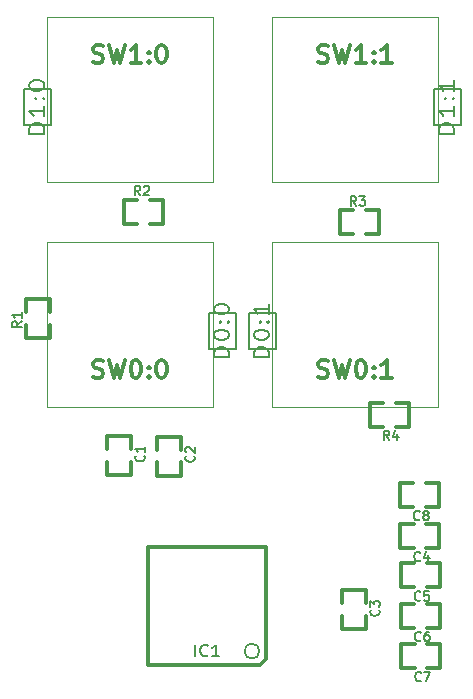
<source format=gbr>
G04 #@! TF.FileFunction,Legend,Top*
%FSLAX46Y46*%
G04 Gerber Fmt 4.6, Leading zero omitted, Abs format (unit mm)*
G04 Created by KiCad (PCBNEW 4.0.2-stable) date Tuesday, August 30, 2016 'PMt' 10:48:20 PM*
%MOMM*%
G01*
G04 APERTURE LIST*
%ADD10C,0.020000*%
%ADD11C,0.300000*%
%ADD12C,0.304800*%
%ADD13C,0.203200*%
%ADD14C,0.050000*%
%ADD15C,0.150000*%
%ADD16C,0.200000*%
G04 APERTURE END LIST*
D10*
D11*
X215112600Y-183508600D02*
X215112600Y-184632600D01*
X215112600Y-184632600D02*
X213080600Y-184632600D01*
X213080600Y-184632600D02*
X213080600Y-183508600D01*
X215112600Y-182427600D02*
X215112600Y-181330600D01*
X215112600Y-181330600D02*
X213080600Y-181330600D01*
X213080600Y-181330600D02*
X213080600Y-182427600D01*
X219354400Y-183534000D02*
X219354400Y-184658000D01*
X219354400Y-184658000D02*
X217322400Y-184658000D01*
X217322400Y-184658000D02*
X217322400Y-183534000D01*
X219354400Y-182453000D02*
X219354400Y-181356000D01*
X219354400Y-181356000D02*
X217322400Y-181356000D01*
X217322400Y-181356000D02*
X217322400Y-182453000D01*
X235000800Y-196564200D02*
X235000800Y-197688200D01*
X235000800Y-197688200D02*
X232968800Y-197688200D01*
X232968800Y-197688200D02*
X232968800Y-196564200D01*
X235000800Y-195483200D02*
X235000800Y-194386200D01*
X235000800Y-194386200D02*
X232968800Y-194386200D01*
X232968800Y-194386200D02*
X232968800Y-195483200D01*
X239020400Y-190779400D02*
X237896400Y-190779400D01*
X237896400Y-190779400D02*
X237896400Y-188747400D01*
X237896400Y-188747400D02*
X239020400Y-188747400D01*
X240101400Y-190779400D02*
X241198400Y-190779400D01*
X241198400Y-190779400D02*
X241198400Y-188747400D01*
X241198400Y-188747400D02*
X240101400Y-188747400D01*
X239045800Y-194132200D02*
X237921800Y-194132200D01*
X237921800Y-194132200D02*
X237921800Y-192100200D01*
X237921800Y-192100200D02*
X239045800Y-192100200D01*
X240126800Y-194132200D02*
X241223800Y-194132200D01*
X241223800Y-194132200D02*
X241223800Y-192100200D01*
X241223800Y-192100200D02*
X240126800Y-192100200D01*
X239071200Y-197561200D02*
X237947200Y-197561200D01*
X237947200Y-197561200D02*
X237947200Y-195529200D01*
X237947200Y-195529200D02*
X239071200Y-195529200D01*
X240152200Y-197561200D02*
X241249200Y-197561200D01*
X241249200Y-197561200D02*
X241249200Y-195529200D01*
X241249200Y-195529200D02*
X240152200Y-195529200D01*
X239096600Y-200964800D02*
X237972600Y-200964800D01*
X237972600Y-200964800D02*
X237972600Y-198932800D01*
X237972600Y-198932800D02*
X239096600Y-198932800D01*
X240177600Y-200964800D02*
X241274600Y-200964800D01*
X241274600Y-200964800D02*
X241274600Y-198932800D01*
X241274600Y-198932800D02*
X240177600Y-198932800D01*
X238969600Y-187299600D02*
X237845600Y-187299600D01*
X237845600Y-187299600D02*
X237845600Y-185267600D01*
X237845600Y-185267600D02*
X238969600Y-185267600D01*
X240050600Y-187299600D02*
X241147600Y-187299600D01*
X241147600Y-187299600D02*
X241147600Y-185267600D01*
X241147600Y-185267600D02*
X240050600Y-185267600D01*
D12*
X216509600Y-200710800D02*
X216509600Y-190703200D01*
X216509600Y-190703200D02*
X226517200Y-190703200D01*
X226517200Y-200228200D02*
X226517200Y-190703200D01*
X226034600Y-200710800D02*
X216509600Y-200710800D01*
X226517200Y-200228200D02*
X226034600Y-200710800D01*
D13*
X225958400Y-199517000D02*
G75*
G03X225958400Y-199517000I-635000J0D01*
G01*
D14*
X207985600Y-164881800D02*
X221985600Y-164881800D01*
X221985600Y-164881800D02*
X221985600Y-178881800D01*
X221985600Y-178881800D02*
X207985600Y-178881800D01*
X207985600Y-178881800D02*
X207985600Y-164881800D01*
X227035600Y-164881800D02*
X241035600Y-164881800D01*
X241035600Y-164881800D02*
X241035600Y-178881800D01*
X241035600Y-178881800D02*
X227035600Y-178881800D01*
X227035600Y-178881800D02*
X227035600Y-164881800D01*
X221985600Y-159831800D02*
X207985600Y-159831800D01*
X207985600Y-159831800D02*
X207985600Y-145831800D01*
X207985600Y-145831800D02*
X221985600Y-145831800D01*
X221985600Y-145831800D02*
X221985600Y-159831800D01*
X241035600Y-159831800D02*
X227035600Y-159831800D01*
X227035600Y-159831800D02*
X227035600Y-145831800D01*
X227035600Y-145831800D02*
X241035600Y-145831800D01*
X241035600Y-145831800D02*
X241035600Y-159831800D01*
D13*
X223951800Y-170891200D02*
X223951800Y-173939200D01*
X223951800Y-173939200D02*
X221665800Y-173939200D01*
X221665800Y-173939200D02*
X221665800Y-170891200D01*
X221665800Y-170891200D02*
X223951800Y-170891200D01*
X227330000Y-170891200D02*
X227330000Y-173939200D01*
X227330000Y-173939200D02*
X225044000Y-173939200D01*
X225044000Y-173939200D02*
X225044000Y-170891200D01*
X225044000Y-170891200D02*
X227330000Y-170891200D01*
X208305400Y-151968200D02*
X208305400Y-155016200D01*
X208305400Y-155016200D02*
X206019400Y-155016200D01*
X206019400Y-155016200D02*
X206019400Y-151968200D01*
X206019400Y-151968200D02*
X208305400Y-151968200D01*
X243001800Y-151968200D02*
X243001800Y-155016200D01*
X243001800Y-155016200D02*
X240715800Y-155016200D01*
X240715800Y-155016200D02*
X240715800Y-151968200D01*
X240715800Y-151968200D02*
X243001800Y-151968200D01*
D11*
X206222600Y-170796000D02*
X206222600Y-169672000D01*
X206222600Y-169672000D02*
X208254600Y-169672000D01*
X208254600Y-169672000D02*
X208254600Y-170796000D01*
X206222600Y-171877000D02*
X206222600Y-172974000D01*
X206222600Y-172974000D02*
X208254600Y-172974000D01*
X208254600Y-172974000D02*
X208254600Y-171877000D01*
X216681000Y-161315400D02*
X217805000Y-161315400D01*
X217805000Y-161315400D02*
X217805000Y-163347400D01*
X217805000Y-163347400D02*
X216681000Y-163347400D01*
X215600000Y-161315400D02*
X214503000Y-161315400D01*
X214503000Y-161315400D02*
X214503000Y-163347400D01*
X214503000Y-163347400D02*
X215600000Y-163347400D01*
X234969000Y-162204400D02*
X236093000Y-162204400D01*
X236093000Y-162204400D02*
X236093000Y-164236400D01*
X236093000Y-164236400D02*
X234969000Y-164236400D01*
X233888000Y-162204400D02*
X232791000Y-162204400D01*
X232791000Y-162204400D02*
X232791000Y-164236400D01*
X232791000Y-164236400D02*
X233888000Y-164236400D01*
X236404200Y-180517800D02*
X235280200Y-180517800D01*
X235280200Y-180517800D02*
X235280200Y-178485800D01*
X235280200Y-178485800D02*
X236404200Y-178485800D01*
X237485200Y-180517800D02*
X238582200Y-180517800D01*
X238582200Y-180517800D02*
X238582200Y-178485800D01*
X238582200Y-178485800D02*
X237485200Y-178485800D01*
D15*
X216160314Y-182964933D02*
X216198410Y-183003028D01*
X216236505Y-183117314D01*
X216236505Y-183193504D01*
X216198410Y-183307790D01*
X216122219Y-183383981D01*
X216046029Y-183422076D01*
X215893648Y-183460171D01*
X215779362Y-183460171D01*
X215626981Y-183422076D01*
X215550790Y-183383981D01*
X215474600Y-183307790D01*
X215436505Y-183193504D01*
X215436505Y-183117314D01*
X215474600Y-183003028D01*
X215512695Y-182964933D01*
X216236505Y-182203028D02*
X216236505Y-182660171D01*
X216236505Y-182431600D02*
X215436505Y-182431600D01*
X215550790Y-182507790D01*
X215626981Y-182583981D01*
X215665076Y-182660171D01*
X220402114Y-182990333D02*
X220440210Y-183028428D01*
X220478305Y-183142714D01*
X220478305Y-183218904D01*
X220440210Y-183333190D01*
X220364019Y-183409381D01*
X220287829Y-183447476D01*
X220135448Y-183485571D01*
X220021162Y-183485571D01*
X219868781Y-183447476D01*
X219792590Y-183409381D01*
X219716400Y-183333190D01*
X219678305Y-183218904D01*
X219678305Y-183142714D01*
X219716400Y-183028428D01*
X219754495Y-182990333D01*
X219754495Y-182685571D02*
X219716400Y-182647476D01*
X219678305Y-182571285D01*
X219678305Y-182380809D01*
X219716400Y-182304619D01*
X219754495Y-182266523D01*
X219830686Y-182228428D01*
X219906876Y-182228428D01*
X220021162Y-182266523D01*
X220478305Y-182723666D01*
X220478305Y-182228428D01*
X236048514Y-196020533D02*
X236086610Y-196058628D01*
X236124705Y-196172914D01*
X236124705Y-196249104D01*
X236086610Y-196363390D01*
X236010419Y-196439581D01*
X235934229Y-196477676D01*
X235781848Y-196515771D01*
X235667562Y-196515771D01*
X235515181Y-196477676D01*
X235438990Y-196439581D01*
X235362800Y-196363390D01*
X235324705Y-196249104D01*
X235324705Y-196172914D01*
X235362800Y-196058628D01*
X235400895Y-196020533D01*
X235324705Y-195753866D02*
X235324705Y-195258628D01*
X235629467Y-195525295D01*
X235629467Y-195411009D01*
X235667562Y-195334819D01*
X235705657Y-195296723D01*
X235781848Y-195258628D01*
X235972324Y-195258628D01*
X236048514Y-195296723D01*
X236086610Y-195334819D01*
X236124705Y-195411009D01*
X236124705Y-195639581D01*
X236086610Y-195715771D01*
X236048514Y-195753866D01*
X239564067Y-191827114D02*
X239525972Y-191865210D01*
X239411686Y-191903305D01*
X239335496Y-191903305D01*
X239221210Y-191865210D01*
X239145019Y-191789019D01*
X239106924Y-191712829D01*
X239068829Y-191560448D01*
X239068829Y-191446162D01*
X239106924Y-191293781D01*
X239145019Y-191217590D01*
X239221210Y-191141400D01*
X239335496Y-191103305D01*
X239411686Y-191103305D01*
X239525972Y-191141400D01*
X239564067Y-191179495D01*
X240249781Y-191369971D02*
X240249781Y-191903305D01*
X240059305Y-191065210D02*
X239868829Y-191636638D01*
X240364067Y-191636638D01*
X239589467Y-195179914D02*
X239551372Y-195218010D01*
X239437086Y-195256105D01*
X239360896Y-195256105D01*
X239246610Y-195218010D01*
X239170419Y-195141819D01*
X239132324Y-195065629D01*
X239094229Y-194913248D01*
X239094229Y-194798962D01*
X239132324Y-194646581D01*
X239170419Y-194570390D01*
X239246610Y-194494200D01*
X239360896Y-194456105D01*
X239437086Y-194456105D01*
X239551372Y-194494200D01*
X239589467Y-194532295D01*
X240313277Y-194456105D02*
X239932324Y-194456105D01*
X239894229Y-194837057D01*
X239932324Y-194798962D01*
X240008515Y-194760867D01*
X240198991Y-194760867D01*
X240275181Y-194798962D01*
X240313277Y-194837057D01*
X240351372Y-194913248D01*
X240351372Y-195103724D01*
X240313277Y-195179914D01*
X240275181Y-195218010D01*
X240198991Y-195256105D01*
X240008515Y-195256105D01*
X239932324Y-195218010D01*
X239894229Y-195179914D01*
X239614867Y-198608914D02*
X239576772Y-198647010D01*
X239462486Y-198685105D01*
X239386296Y-198685105D01*
X239272010Y-198647010D01*
X239195819Y-198570819D01*
X239157724Y-198494629D01*
X239119629Y-198342248D01*
X239119629Y-198227962D01*
X239157724Y-198075581D01*
X239195819Y-197999390D01*
X239272010Y-197923200D01*
X239386296Y-197885105D01*
X239462486Y-197885105D01*
X239576772Y-197923200D01*
X239614867Y-197961295D01*
X240300581Y-197885105D02*
X240148200Y-197885105D01*
X240072010Y-197923200D01*
X240033915Y-197961295D01*
X239957724Y-198075581D01*
X239919629Y-198227962D01*
X239919629Y-198532724D01*
X239957724Y-198608914D01*
X239995819Y-198647010D01*
X240072010Y-198685105D01*
X240224391Y-198685105D01*
X240300581Y-198647010D01*
X240338677Y-198608914D01*
X240376772Y-198532724D01*
X240376772Y-198342248D01*
X240338677Y-198266057D01*
X240300581Y-198227962D01*
X240224391Y-198189867D01*
X240072010Y-198189867D01*
X239995819Y-198227962D01*
X239957724Y-198266057D01*
X239919629Y-198342248D01*
X239640267Y-202012514D02*
X239602172Y-202050610D01*
X239487886Y-202088705D01*
X239411696Y-202088705D01*
X239297410Y-202050610D01*
X239221219Y-201974419D01*
X239183124Y-201898229D01*
X239145029Y-201745848D01*
X239145029Y-201631562D01*
X239183124Y-201479181D01*
X239221219Y-201402990D01*
X239297410Y-201326800D01*
X239411696Y-201288705D01*
X239487886Y-201288705D01*
X239602172Y-201326800D01*
X239640267Y-201364895D01*
X239906934Y-201288705D02*
X240440267Y-201288705D01*
X240097410Y-202088705D01*
X239513267Y-188347314D02*
X239475172Y-188385410D01*
X239360886Y-188423505D01*
X239284696Y-188423505D01*
X239170410Y-188385410D01*
X239094219Y-188309219D01*
X239056124Y-188233029D01*
X239018029Y-188080648D01*
X239018029Y-187966362D01*
X239056124Y-187813981D01*
X239094219Y-187737790D01*
X239170410Y-187661600D01*
X239284696Y-187623505D01*
X239360886Y-187623505D01*
X239475172Y-187661600D01*
X239513267Y-187699695D01*
X239970410Y-187966362D02*
X239894219Y-187928267D01*
X239856124Y-187890171D01*
X239818029Y-187813981D01*
X239818029Y-187775886D01*
X239856124Y-187699695D01*
X239894219Y-187661600D01*
X239970410Y-187623505D01*
X240122791Y-187623505D01*
X240198981Y-187661600D01*
X240237077Y-187699695D01*
X240275172Y-187775886D01*
X240275172Y-187813981D01*
X240237077Y-187890171D01*
X240198981Y-187928267D01*
X240122791Y-187966362D01*
X239970410Y-187966362D01*
X239894219Y-188004457D01*
X239856124Y-188042552D01*
X239818029Y-188118743D01*
X239818029Y-188271124D01*
X239856124Y-188347314D01*
X239894219Y-188385410D01*
X239970410Y-188423505D01*
X240122791Y-188423505D01*
X240198981Y-188385410D01*
X240237077Y-188347314D01*
X240275172Y-188271124D01*
X240275172Y-188118743D01*
X240237077Y-188042552D01*
X240198981Y-188004457D01*
X240122791Y-187966362D01*
D16*
X220537210Y-199969381D02*
X220537210Y-198969381D01*
X221584829Y-199874143D02*
X221537210Y-199921762D01*
X221394353Y-199969381D01*
X221299115Y-199969381D01*
X221156257Y-199921762D01*
X221061019Y-199826524D01*
X221013400Y-199731286D01*
X220965781Y-199540810D01*
X220965781Y-199397952D01*
X221013400Y-199207476D01*
X221061019Y-199112238D01*
X221156257Y-199017000D01*
X221299115Y-198969381D01*
X221394353Y-198969381D01*
X221537210Y-199017000D01*
X221584829Y-199064619D01*
X222537210Y-199969381D02*
X221965781Y-199969381D01*
X222251495Y-199969381D02*
X222251495Y-198969381D01*
X222156257Y-199112238D01*
X222061019Y-199207476D01*
X221965781Y-199255095D01*
D12*
X211865029Y-176308657D02*
X212082743Y-176381229D01*
X212445600Y-176381229D01*
X212590743Y-176308657D01*
X212663314Y-176236086D01*
X212735886Y-176090943D01*
X212735886Y-175945800D01*
X212663314Y-175800657D01*
X212590743Y-175728086D01*
X212445600Y-175655514D01*
X212155314Y-175582943D01*
X212010172Y-175510371D01*
X211937600Y-175437800D01*
X211865029Y-175292657D01*
X211865029Y-175147514D01*
X211937600Y-175002371D01*
X212010172Y-174929800D01*
X212155314Y-174857229D01*
X212518172Y-174857229D01*
X212735886Y-174929800D01*
X213243886Y-174857229D02*
X213606743Y-176381229D01*
X213897029Y-175292657D01*
X214187315Y-176381229D01*
X214550172Y-174857229D01*
X215421029Y-174857229D02*
X215566172Y-174857229D01*
X215711315Y-174929800D01*
X215783886Y-175002371D01*
X215856457Y-175147514D01*
X215929029Y-175437800D01*
X215929029Y-175800657D01*
X215856457Y-176090943D01*
X215783886Y-176236086D01*
X215711315Y-176308657D01*
X215566172Y-176381229D01*
X215421029Y-176381229D01*
X215275886Y-176308657D01*
X215203315Y-176236086D01*
X215130743Y-176090943D01*
X215058172Y-175800657D01*
X215058172Y-175437800D01*
X215130743Y-175147514D01*
X215203315Y-175002371D01*
X215275886Y-174929800D01*
X215421029Y-174857229D01*
X216582172Y-176236086D02*
X216654744Y-176308657D01*
X216582172Y-176381229D01*
X216509601Y-176308657D01*
X216582172Y-176236086D01*
X216582172Y-176381229D01*
X216582172Y-175437800D02*
X216654744Y-175510371D01*
X216582172Y-175582943D01*
X216509601Y-175510371D01*
X216582172Y-175437800D01*
X216582172Y-175582943D01*
X217598172Y-174857229D02*
X217743315Y-174857229D01*
X217888458Y-174929800D01*
X217961029Y-175002371D01*
X218033600Y-175147514D01*
X218106172Y-175437800D01*
X218106172Y-175800657D01*
X218033600Y-176090943D01*
X217961029Y-176236086D01*
X217888458Y-176308657D01*
X217743315Y-176381229D01*
X217598172Y-176381229D01*
X217453029Y-176308657D01*
X217380458Y-176236086D01*
X217307886Y-176090943D01*
X217235315Y-175800657D01*
X217235315Y-175437800D01*
X217307886Y-175147514D01*
X217380458Y-175002371D01*
X217453029Y-174929800D01*
X217598172Y-174857229D01*
X230915029Y-176308657D02*
X231132743Y-176381229D01*
X231495600Y-176381229D01*
X231640743Y-176308657D01*
X231713314Y-176236086D01*
X231785886Y-176090943D01*
X231785886Y-175945800D01*
X231713314Y-175800657D01*
X231640743Y-175728086D01*
X231495600Y-175655514D01*
X231205314Y-175582943D01*
X231060172Y-175510371D01*
X230987600Y-175437800D01*
X230915029Y-175292657D01*
X230915029Y-175147514D01*
X230987600Y-175002371D01*
X231060172Y-174929800D01*
X231205314Y-174857229D01*
X231568172Y-174857229D01*
X231785886Y-174929800D01*
X232293886Y-174857229D02*
X232656743Y-176381229D01*
X232947029Y-175292657D01*
X233237315Y-176381229D01*
X233600172Y-174857229D01*
X234471029Y-174857229D02*
X234616172Y-174857229D01*
X234761315Y-174929800D01*
X234833886Y-175002371D01*
X234906457Y-175147514D01*
X234979029Y-175437800D01*
X234979029Y-175800657D01*
X234906457Y-176090943D01*
X234833886Y-176236086D01*
X234761315Y-176308657D01*
X234616172Y-176381229D01*
X234471029Y-176381229D01*
X234325886Y-176308657D01*
X234253315Y-176236086D01*
X234180743Y-176090943D01*
X234108172Y-175800657D01*
X234108172Y-175437800D01*
X234180743Y-175147514D01*
X234253315Y-175002371D01*
X234325886Y-174929800D01*
X234471029Y-174857229D01*
X235632172Y-176236086D02*
X235704744Y-176308657D01*
X235632172Y-176381229D01*
X235559601Y-176308657D01*
X235632172Y-176236086D01*
X235632172Y-176381229D01*
X235632172Y-175437800D02*
X235704744Y-175510371D01*
X235632172Y-175582943D01*
X235559601Y-175510371D01*
X235632172Y-175437800D01*
X235632172Y-175582943D01*
X237156172Y-176381229D02*
X236285315Y-176381229D01*
X236720743Y-176381229D02*
X236720743Y-174857229D01*
X236575600Y-175074943D01*
X236430458Y-175220086D01*
X236285315Y-175292657D01*
X211865029Y-149638657D02*
X212082743Y-149711229D01*
X212445600Y-149711229D01*
X212590743Y-149638657D01*
X212663314Y-149566086D01*
X212735886Y-149420943D01*
X212735886Y-149275800D01*
X212663314Y-149130657D01*
X212590743Y-149058086D01*
X212445600Y-148985514D01*
X212155314Y-148912943D01*
X212010172Y-148840371D01*
X211937600Y-148767800D01*
X211865029Y-148622657D01*
X211865029Y-148477514D01*
X211937600Y-148332371D01*
X212010172Y-148259800D01*
X212155314Y-148187229D01*
X212518172Y-148187229D01*
X212735886Y-148259800D01*
X213243886Y-148187229D02*
X213606743Y-149711229D01*
X213897029Y-148622657D01*
X214187315Y-149711229D01*
X214550172Y-148187229D01*
X215929029Y-149711229D02*
X215058172Y-149711229D01*
X215493600Y-149711229D02*
X215493600Y-148187229D01*
X215348457Y-148404943D01*
X215203315Y-148550086D01*
X215058172Y-148622657D01*
X216582172Y-149566086D02*
X216654744Y-149638657D01*
X216582172Y-149711229D01*
X216509601Y-149638657D01*
X216582172Y-149566086D01*
X216582172Y-149711229D01*
X216582172Y-148767800D02*
X216654744Y-148840371D01*
X216582172Y-148912943D01*
X216509601Y-148840371D01*
X216582172Y-148767800D01*
X216582172Y-148912943D01*
X217598172Y-148187229D02*
X217743315Y-148187229D01*
X217888458Y-148259800D01*
X217961029Y-148332371D01*
X218033600Y-148477514D01*
X218106172Y-148767800D01*
X218106172Y-149130657D01*
X218033600Y-149420943D01*
X217961029Y-149566086D01*
X217888458Y-149638657D01*
X217743315Y-149711229D01*
X217598172Y-149711229D01*
X217453029Y-149638657D01*
X217380458Y-149566086D01*
X217307886Y-149420943D01*
X217235315Y-149130657D01*
X217235315Y-148767800D01*
X217307886Y-148477514D01*
X217380458Y-148332371D01*
X217453029Y-148259800D01*
X217598172Y-148187229D01*
X230915029Y-149638657D02*
X231132743Y-149711229D01*
X231495600Y-149711229D01*
X231640743Y-149638657D01*
X231713314Y-149566086D01*
X231785886Y-149420943D01*
X231785886Y-149275800D01*
X231713314Y-149130657D01*
X231640743Y-149058086D01*
X231495600Y-148985514D01*
X231205314Y-148912943D01*
X231060172Y-148840371D01*
X230987600Y-148767800D01*
X230915029Y-148622657D01*
X230915029Y-148477514D01*
X230987600Y-148332371D01*
X231060172Y-148259800D01*
X231205314Y-148187229D01*
X231568172Y-148187229D01*
X231785886Y-148259800D01*
X232293886Y-148187229D02*
X232656743Y-149711229D01*
X232947029Y-148622657D01*
X233237315Y-149711229D01*
X233600172Y-148187229D01*
X234979029Y-149711229D02*
X234108172Y-149711229D01*
X234543600Y-149711229D02*
X234543600Y-148187229D01*
X234398457Y-148404943D01*
X234253315Y-148550086D01*
X234108172Y-148622657D01*
X235632172Y-149566086D02*
X235704744Y-149638657D01*
X235632172Y-149711229D01*
X235559601Y-149638657D01*
X235632172Y-149566086D01*
X235632172Y-149711229D01*
X235632172Y-148767800D02*
X235704744Y-148840371D01*
X235632172Y-148912943D01*
X235559601Y-148840371D01*
X235632172Y-148767800D01*
X235632172Y-148912943D01*
X237156172Y-149711229D02*
X236285315Y-149711229D01*
X236720743Y-149711229D02*
X236720743Y-148187229D01*
X236575600Y-148404943D01*
X236430458Y-148550086D01*
X236285315Y-148622657D01*
D13*
X223383324Y-174628629D02*
X222113324Y-174628629D01*
X222113324Y-174265772D01*
X222173800Y-174048057D01*
X222294752Y-173902915D01*
X222415705Y-173830343D01*
X222657610Y-173757772D01*
X222839038Y-173757772D01*
X223080943Y-173830343D01*
X223201895Y-173902915D01*
X223322848Y-174048057D01*
X223383324Y-174265772D01*
X223383324Y-174628629D01*
X222113324Y-172814343D02*
X222113324Y-172669200D01*
X222173800Y-172524057D01*
X222234276Y-172451486D01*
X222355229Y-172378915D01*
X222597133Y-172306343D01*
X222899514Y-172306343D01*
X223141419Y-172378915D01*
X223262371Y-172451486D01*
X223322848Y-172524057D01*
X223383324Y-172669200D01*
X223383324Y-172814343D01*
X223322848Y-172959486D01*
X223262371Y-173032057D01*
X223141419Y-173104629D01*
X222899514Y-173177200D01*
X222597133Y-173177200D01*
X222355229Y-173104629D01*
X222234276Y-173032057D01*
X222173800Y-172959486D01*
X222113324Y-172814343D01*
X223262371Y-171653200D02*
X223322848Y-171580628D01*
X223383324Y-171653200D01*
X223322848Y-171725771D01*
X223262371Y-171653200D01*
X223383324Y-171653200D01*
X222597133Y-171653200D02*
X222657610Y-171580628D01*
X222718086Y-171653200D01*
X222657610Y-171725771D01*
X222597133Y-171653200D01*
X222718086Y-171653200D01*
X222113324Y-170637200D02*
X222113324Y-170492057D01*
X222173800Y-170346914D01*
X222234276Y-170274343D01*
X222355229Y-170201772D01*
X222597133Y-170129200D01*
X222899514Y-170129200D01*
X223141419Y-170201772D01*
X223262371Y-170274343D01*
X223322848Y-170346914D01*
X223383324Y-170492057D01*
X223383324Y-170637200D01*
X223322848Y-170782343D01*
X223262371Y-170854914D01*
X223141419Y-170927486D01*
X222899514Y-171000057D01*
X222597133Y-171000057D01*
X222355229Y-170927486D01*
X222234276Y-170854914D01*
X222173800Y-170782343D01*
X222113324Y-170637200D01*
X226761524Y-174628629D02*
X225491524Y-174628629D01*
X225491524Y-174265772D01*
X225552000Y-174048057D01*
X225672952Y-173902915D01*
X225793905Y-173830343D01*
X226035810Y-173757772D01*
X226217238Y-173757772D01*
X226459143Y-173830343D01*
X226580095Y-173902915D01*
X226701048Y-174048057D01*
X226761524Y-174265772D01*
X226761524Y-174628629D01*
X225491524Y-172814343D02*
X225491524Y-172669200D01*
X225552000Y-172524057D01*
X225612476Y-172451486D01*
X225733429Y-172378915D01*
X225975333Y-172306343D01*
X226277714Y-172306343D01*
X226519619Y-172378915D01*
X226640571Y-172451486D01*
X226701048Y-172524057D01*
X226761524Y-172669200D01*
X226761524Y-172814343D01*
X226701048Y-172959486D01*
X226640571Y-173032057D01*
X226519619Y-173104629D01*
X226277714Y-173177200D01*
X225975333Y-173177200D01*
X225733429Y-173104629D01*
X225612476Y-173032057D01*
X225552000Y-172959486D01*
X225491524Y-172814343D01*
X226640571Y-171653200D02*
X226701048Y-171580628D01*
X226761524Y-171653200D01*
X226701048Y-171725771D01*
X226640571Y-171653200D01*
X226761524Y-171653200D01*
X225975333Y-171653200D02*
X226035810Y-171580628D01*
X226096286Y-171653200D01*
X226035810Y-171725771D01*
X225975333Y-171653200D01*
X226096286Y-171653200D01*
X226761524Y-170129200D02*
X226761524Y-171000057D01*
X226761524Y-170564629D02*
X225491524Y-170564629D01*
X225672952Y-170709772D01*
X225793905Y-170854914D01*
X225854381Y-171000057D01*
X207736924Y-155705629D02*
X206466924Y-155705629D01*
X206466924Y-155342772D01*
X206527400Y-155125057D01*
X206648352Y-154979915D01*
X206769305Y-154907343D01*
X207011210Y-154834772D01*
X207192638Y-154834772D01*
X207434543Y-154907343D01*
X207555495Y-154979915D01*
X207676448Y-155125057D01*
X207736924Y-155342772D01*
X207736924Y-155705629D01*
X207736924Y-153383343D02*
X207736924Y-154254200D01*
X207736924Y-153818772D02*
X206466924Y-153818772D01*
X206648352Y-153963915D01*
X206769305Y-154109057D01*
X206829781Y-154254200D01*
X207615971Y-152730200D02*
X207676448Y-152657628D01*
X207736924Y-152730200D01*
X207676448Y-152802771D01*
X207615971Y-152730200D01*
X207736924Y-152730200D01*
X206950733Y-152730200D02*
X207011210Y-152657628D01*
X207071686Y-152730200D01*
X207011210Y-152802771D01*
X206950733Y-152730200D01*
X207071686Y-152730200D01*
X206466924Y-151714200D02*
X206466924Y-151569057D01*
X206527400Y-151423914D01*
X206587876Y-151351343D01*
X206708829Y-151278772D01*
X206950733Y-151206200D01*
X207253114Y-151206200D01*
X207495019Y-151278772D01*
X207615971Y-151351343D01*
X207676448Y-151423914D01*
X207736924Y-151569057D01*
X207736924Y-151714200D01*
X207676448Y-151859343D01*
X207615971Y-151931914D01*
X207495019Y-152004486D01*
X207253114Y-152077057D01*
X206950733Y-152077057D01*
X206708829Y-152004486D01*
X206587876Y-151931914D01*
X206527400Y-151859343D01*
X206466924Y-151714200D01*
X242433324Y-155705629D02*
X241163324Y-155705629D01*
X241163324Y-155342772D01*
X241223800Y-155125057D01*
X241344752Y-154979915D01*
X241465705Y-154907343D01*
X241707610Y-154834772D01*
X241889038Y-154834772D01*
X242130943Y-154907343D01*
X242251895Y-154979915D01*
X242372848Y-155125057D01*
X242433324Y-155342772D01*
X242433324Y-155705629D01*
X242433324Y-153383343D02*
X242433324Y-154254200D01*
X242433324Y-153818772D02*
X241163324Y-153818772D01*
X241344752Y-153963915D01*
X241465705Y-154109057D01*
X241526181Y-154254200D01*
X242312371Y-152730200D02*
X242372848Y-152657628D01*
X242433324Y-152730200D01*
X242372848Y-152802771D01*
X242312371Y-152730200D01*
X242433324Y-152730200D01*
X241647133Y-152730200D02*
X241707610Y-152657628D01*
X241768086Y-152730200D01*
X241707610Y-152802771D01*
X241647133Y-152730200D01*
X241768086Y-152730200D01*
X242433324Y-151206200D02*
X242433324Y-152077057D01*
X242433324Y-151641629D02*
X241163324Y-151641629D01*
X241344752Y-151786772D01*
X241465705Y-151931914D01*
X241526181Y-152077057D01*
D15*
X205822505Y-171606333D02*
X205441552Y-171873000D01*
X205822505Y-172063476D02*
X205022505Y-172063476D01*
X205022505Y-171758714D01*
X205060600Y-171682523D01*
X205098695Y-171644428D01*
X205174886Y-171606333D01*
X205289171Y-171606333D01*
X205365362Y-171644428D01*
X205403457Y-171682523D01*
X205441552Y-171758714D01*
X205441552Y-172063476D01*
X205822505Y-170844428D02*
X205822505Y-171301571D01*
X205822505Y-171073000D02*
X205022505Y-171073000D01*
X205136790Y-171149190D01*
X205212981Y-171225381D01*
X205251076Y-171301571D01*
X215870667Y-160915305D02*
X215604000Y-160534352D01*
X215413524Y-160915305D02*
X215413524Y-160115305D01*
X215718286Y-160115305D01*
X215794477Y-160153400D01*
X215832572Y-160191495D01*
X215870667Y-160267686D01*
X215870667Y-160381971D01*
X215832572Y-160458162D01*
X215794477Y-160496257D01*
X215718286Y-160534352D01*
X215413524Y-160534352D01*
X216175429Y-160191495D02*
X216213524Y-160153400D01*
X216289715Y-160115305D01*
X216480191Y-160115305D01*
X216556381Y-160153400D01*
X216594477Y-160191495D01*
X216632572Y-160267686D01*
X216632572Y-160343876D01*
X216594477Y-160458162D01*
X216137334Y-160915305D01*
X216632572Y-160915305D01*
X234158667Y-161804305D02*
X233892000Y-161423352D01*
X233701524Y-161804305D02*
X233701524Y-161004305D01*
X234006286Y-161004305D01*
X234082477Y-161042400D01*
X234120572Y-161080495D01*
X234158667Y-161156686D01*
X234158667Y-161270971D01*
X234120572Y-161347162D01*
X234082477Y-161385257D01*
X234006286Y-161423352D01*
X233701524Y-161423352D01*
X234425334Y-161004305D02*
X234920572Y-161004305D01*
X234653905Y-161309067D01*
X234768191Y-161309067D01*
X234844381Y-161347162D01*
X234882477Y-161385257D01*
X234920572Y-161461448D01*
X234920572Y-161651924D01*
X234882477Y-161728114D01*
X234844381Y-161766210D01*
X234768191Y-161804305D01*
X234539619Y-161804305D01*
X234463429Y-161766210D01*
X234425334Y-161728114D01*
X236947867Y-181641705D02*
X236681200Y-181260752D01*
X236490724Y-181641705D02*
X236490724Y-180841705D01*
X236795486Y-180841705D01*
X236871677Y-180879800D01*
X236909772Y-180917895D01*
X236947867Y-180994086D01*
X236947867Y-181108371D01*
X236909772Y-181184562D01*
X236871677Y-181222657D01*
X236795486Y-181260752D01*
X236490724Y-181260752D01*
X237633581Y-181108371D02*
X237633581Y-181641705D01*
X237443105Y-180803610D02*
X237252629Y-181375038D01*
X237747867Y-181375038D01*
M02*

</source>
